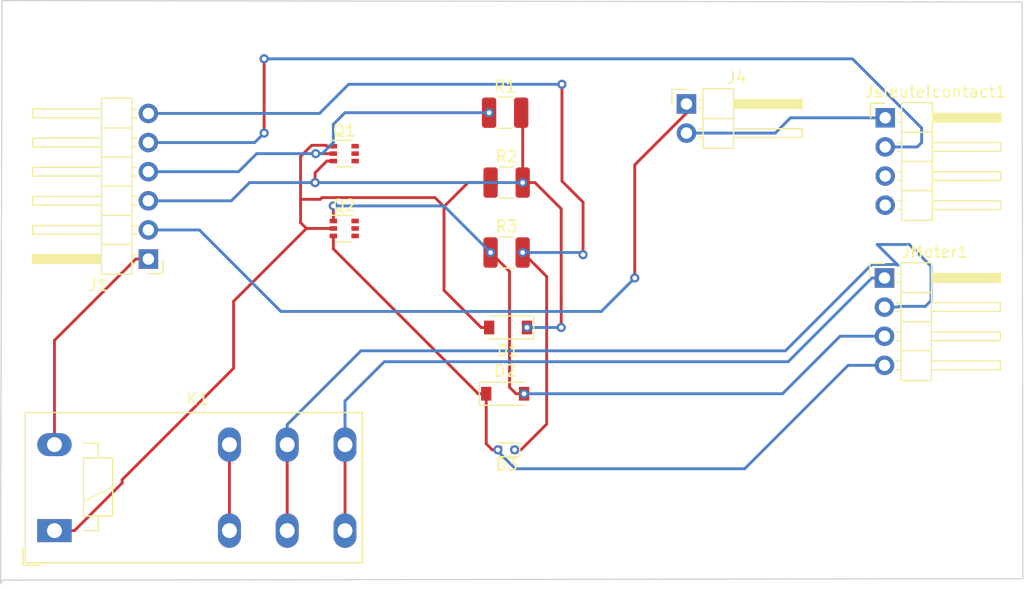
<source format=kicad_pcb>
(kicad_pcb (version 20171130) (host pcbnew "(5.1.5)-3")

  (general
    (thickness 1.6)
    (drawings 5)
    (tracks 163)
    (zones 0)
    (modules 13)
    (nets 16)
  )

  (page A4)
  (layers
    (0 F.Cu signal)
    (31 B.Cu signal)
    (32 B.Adhes user)
    (33 F.Adhes user)
    (34 B.Paste user)
    (35 F.Paste user)
    (36 B.SilkS user)
    (37 F.SilkS user)
    (38 B.Mask user)
    (39 F.Mask user)
    (40 Dwgs.User user)
    (41 Cmts.User user)
    (42 Eco1.User user)
    (43 Eco2.User user)
    (44 Edge.Cuts user)
    (45 Margin user)
    (46 B.CrtYd user)
    (47 F.CrtYd user)
    (48 B.Fab user)
    (49 F.Fab user)
  )

  (setup
    (last_trace_width 0.25)
    (trace_clearance 0.2)
    (zone_clearance 0.508)
    (zone_45_only no)
    (trace_min 0.2)
    (via_size 0.8)
    (via_drill 0.4)
    (via_min_size 0.4)
    (via_min_drill 0.3)
    (uvia_size 0.3)
    (uvia_drill 0.1)
    (uvias_allowed no)
    (uvia_min_size 0.2)
    (uvia_min_drill 0.1)
    (edge_width 0.05)
    (segment_width 0.2)
    (pcb_text_width 0.3)
    (pcb_text_size 1.5 1.5)
    (mod_edge_width 0.12)
    (mod_text_size 1 1)
    (mod_text_width 0.15)
    (pad_size 2 3)
    (pad_drill 1.3)
    (pad_to_mask_clearance 0.051)
    (solder_mask_min_width 0.25)
    (aux_axis_origin 0 0)
    (visible_elements 7FFFFFFF)
    (pcbplotparams
      (layerselection 0x010fc_ffffffff)
      (usegerberextensions false)
      (usegerberattributes false)
      (usegerberadvancedattributes false)
      (creategerberjobfile false)
      (excludeedgelayer true)
      (linewidth 0.100000)
      (plotframeref false)
      (viasonmask false)
      (mode 1)
      (useauxorigin false)
      (hpglpennumber 1)
      (hpglpenspeed 20)
      (hpglpendiameter 15.000000)
      (psnegative false)
      (psa4output false)
      (plotreference true)
      (plotvalue true)
      (plotinvisibletext false)
      (padsonsilk false)
      (subtractmaskfromsilk false)
      (outputformat 1)
      (mirror false)
      (drillshape 1)
      (scaleselection 1)
      (outputdirectory ""))
  )

  (net 0 "")
  (net 1 "Net-(D1-Pad2)")
  (net 2 12V)
  (net 3 Earth)
  (net 4 kill+)
  (net 5 kill-)
  (net 6 Motor-On)
  (net 7 Sleutelcontact-)
  (net 8 moter_ON_OFF)
  (net 9 3.3v)
  (net 10 "Net-(J4-Pad2)")
  (net 11 motor-)
  (net 12 motor+)
  (net 13 "Net-(Jsleutelcontact1-Pad4)")
  (net 14 "Net-(Jsleutelcontact1-Pad3)")
  (net 15 "Net-(K1-Pad1)")

  (net_class Default "Dit is de standaard class."
    (clearance 0.2)
    (trace_width 0.25)
    (via_dia 0.8)
    (via_drill 0.4)
    (uvia_dia 0.3)
    (uvia_drill 0.1)
    (add_net 12V)
    (add_net 3.3v)
    (add_net Earth)
    (add_net Motor-On)
    (add_net "Net-(D1-Pad2)")
    (add_net "Net-(J4-Pad2)")
    (add_net "Net-(Jsleutelcontact1-Pad3)")
    (add_net "Net-(Jsleutelcontact1-Pad4)")
    (add_net "Net-(K1-Pad1)")
    (add_net Sleutelcontact-)
    (add_net kill+)
    (add_net kill-)
    (add_net moter_ON_OFF)
    (add_net motor+)
    (add_net motor-)
  )

  (module Resistor_SMD:R_1210_3225Metric (layer F.Cu) (tedit 5B301BBD) (tstamp 603A7069)
    (at 348.9325 -638.4925)
    (descr "Resistor SMD 1210 (3225 Metric), square (rectangular) end terminal, IPC_7351 nominal, (Body size source: http://www.tortai-tech.com/upload/download/2011102023233369053.pdf), generated with kicad-footprint-generator")
    (tags resistor)
    (path /603B1637)
    (attr smd)
    (fp_text reference R3 (at 0 -2.28) (layer F.SilkS)
      (effects (font (size 1 1) (thickness 0.15)))
    )
    (fp_text value 1M (at 0 2.28) (layer F.Fab)
      (effects (font (size 1 1) (thickness 0.15)))
    )
    (fp_text user %R (at 0 0) (layer F.Fab)
      (effects (font (size 0.8 0.8) (thickness 0.12)))
    )
    (fp_line (start 2.28 1.58) (end -2.28 1.58) (layer F.CrtYd) (width 0.05))
    (fp_line (start 2.28 -1.58) (end 2.28 1.58) (layer F.CrtYd) (width 0.05))
    (fp_line (start -2.28 -1.58) (end 2.28 -1.58) (layer F.CrtYd) (width 0.05))
    (fp_line (start -2.28 1.58) (end -2.28 -1.58) (layer F.CrtYd) (width 0.05))
    (fp_line (start -0.602064 1.36) (end 0.602064 1.36) (layer F.SilkS) (width 0.12))
    (fp_line (start -0.602064 -1.36) (end 0.602064 -1.36) (layer F.SilkS) (width 0.12))
    (fp_line (start 1.6 1.25) (end -1.6 1.25) (layer F.Fab) (width 0.1))
    (fp_line (start 1.6 -1.25) (end 1.6 1.25) (layer F.Fab) (width 0.1))
    (fp_line (start -1.6 -1.25) (end 1.6 -1.25) (layer F.Fab) (width 0.1))
    (fp_line (start -1.6 1.25) (end -1.6 -1.25) (layer F.Fab) (width 0.1))
    (pad 2 smd roundrect (at 1.4 0) (size 1.25 2.65) (layers F.Cu F.Paste F.Mask) (roundrect_rratio 0.2)
      (net 6 Motor-On))
    (pad 1 smd roundrect (at -1.4 0) (size 1.25 2.65) (layers F.Cu F.Paste F.Mask) (roundrect_rratio 0.2)
      (net 4 kill+))
    (model ${KISYS3DMOD}/Resistor_SMD.3dshapes/R_1210_3225Metric.wrl
      (at (xyz 0 0 0))
      (scale (xyz 1 1 1))
      (rotate (xyz 0 0 0))
    )
  )

  (module Resistor_SMD:R_1210_3225Metric (layer F.Cu) (tedit 5B301BBD) (tstamp 603A7099)
    (at 348.9355 -644.5885)
    (descr "Resistor SMD 1210 (3225 Metric), square (rectangular) end terminal, IPC_7351 nominal, (Body size source: http://www.tortai-tech.com/upload/download/2011102023233369053.pdf), generated with kicad-footprint-generator")
    (tags resistor)
    (path /6039E03F)
    (attr smd)
    (fp_text reference R2 (at 0 -2.28) (layer F.SilkS)
      (effects (font (size 1 1) (thickness 0.15)))
    )
    (fp_text value 1M (at 0 2.28) (layer F.Fab)
      (effects (font (size 1 1) (thickness 0.15)))
    )
    (fp_text user %R (at 0 0) (layer F.Fab)
      (effects (font (size 0.8 0.8) (thickness 0.12)))
    )
    (fp_line (start 2.28 1.58) (end -2.28 1.58) (layer F.CrtYd) (width 0.05))
    (fp_line (start 2.28 -1.58) (end 2.28 1.58) (layer F.CrtYd) (width 0.05))
    (fp_line (start -2.28 -1.58) (end 2.28 -1.58) (layer F.CrtYd) (width 0.05))
    (fp_line (start -2.28 1.58) (end -2.28 -1.58) (layer F.CrtYd) (width 0.05))
    (fp_line (start -0.602064 1.36) (end 0.602064 1.36) (layer F.SilkS) (width 0.12))
    (fp_line (start -0.602064 -1.36) (end 0.602064 -1.36) (layer F.SilkS) (width 0.12))
    (fp_line (start 1.6 1.25) (end -1.6 1.25) (layer F.Fab) (width 0.1))
    (fp_line (start 1.6 -1.25) (end 1.6 1.25) (layer F.Fab) (width 0.1))
    (fp_line (start -1.6 -1.25) (end 1.6 -1.25) (layer F.Fab) (width 0.1))
    (fp_line (start -1.6 1.25) (end -1.6 -1.25) (layer F.Fab) (width 0.1))
    (pad 2 smd roundrect (at 1.4 0) (size 1.25 2.65) (layers F.Cu F.Paste F.Mask) (roundrect_rratio 0.2)
      (net 3 Earth))
    (pad 1 smd roundrect (at -1.4 0) (size 1.25 2.65) (layers F.Cu F.Paste F.Mask) (roundrect_rratio 0.2)
      (net 1 "Net-(D1-Pad2)"))
    (model ${KISYS3DMOD}/Resistor_SMD.3dshapes/R_1210_3225Metric.wrl
      (at (xyz 0 0 0))
      (scale (xyz 1 1 1))
      (rotate (xyz 0 0 0))
    )
  )

  (module Resistor_SMD:R_1210_3225Metric (layer F.Cu) (tedit 5B301BBD) (tstamp 603A6EBF)
    (at 348.8055 -650.6845)
    (descr "Resistor SMD 1210 (3225 Metric), square (rectangular) end terminal, IPC_7351 nominal, (Body size source: http://www.tortai-tech.com/upload/download/2011102023233369053.pdf), generated with kicad-footprint-generator")
    (tags resistor)
    (path /6039E039)
    (attr smd)
    (fp_text reference R1 (at 0 -2.28) (layer F.SilkS)
      (effects (font (size 1 1) (thickness 0.15)))
    )
    (fp_text value 1M (at 0 2.28) (layer F.Fab)
      (effects (font (size 1 1) (thickness 0.15)))
    )
    (fp_text user %R (at 0 0) (layer F.Fab)
      (effects (font (size 0.8 0.8) (thickness 0.12)))
    )
    (fp_line (start 2.28 1.58) (end -2.28 1.58) (layer F.CrtYd) (width 0.05))
    (fp_line (start 2.28 -1.58) (end 2.28 1.58) (layer F.CrtYd) (width 0.05))
    (fp_line (start -2.28 -1.58) (end 2.28 -1.58) (layer F.CrtYd) (width 0.05))
    (fp_line (start -2.28 1.58) (end -2.28 -1.58) (layer F.CrtYd) (width 0.05))
    (fp_line (start -0.602064 1.36) (end 0.602064 1.36) (layer F.SilkS) (width 0.12))
    (fp_line (start -0.602064 -1.36) (end 0.602064 -1.36) (layer F.SilkS) (width 0.12))
    (fp_line (start 1.6 1.25) (end -1.6 1.25) (layer F.Fab) (width 0.1))
    (fp_line (start 1.6 -1.25) (end 1.6 1.25) (layer F.Fab) (width 0.1))
    (fp_line (start -1.6 -1.25) (end 1.6 -1.25) (layer F.Fab) (width 0.1))
    (fp_line (start -1.6 1.25) (end -1.6 -1.25) (layer F.Fab) (width 0.1))
    (pad 2 smd roundrect (at 1.4 0) (size 1.25 2.65) (layers F.Cu F.Paste F.Mask) (roundrect_rratio 0.2)
      (net 3 Earth))
    (pad 1 smd roundrect (at -1.4 0) (size 1.25 2.65) (layers F.Cu F.Paste F.Mask) (roundrect_rratio 0.2)
      (net 8 moter_ON_OFF))
    (model ${KISYS3DMOD}/Resistor_SMD.3dshapes/R_1210_3225Metric.wrl
      (at (xyz 0 0 0))
      (scale (xyz 1 1 1))
      (rotate (xyz 0 0 0))
    )
  )

  (module Package_TO_SOT_SMD:SOT-363_SC-70-6 (layer F.Cu) (tedit 5A02FF57) (tstamp 603A70CE)
    (at 334.772 -640.588)
    (descr "SOT-363, SC-70-6")
    (tags "SOT-363 SC-70-6")
    (path /6039E029)
    (attr smd)
    (fp_text reference Q2 (at 0 -2) (layer F.SilkS)
      (effects (font (size 1 1) (thickness 0.15)))
    )
    (fp_text value Q_NMOS_DGS (at 0 2 180) (layer F.Fab)
      (effects (font (size 1 1) (thickness 0.15)))
    )
    (fp_line (start -0.175 -1.1) (end -0.675 -0.6) (layer F.Fab) (width 0.1))
    (fp_line (start 0.675 1.1) (end -0.675 1.1) (layer F.Fab) (width 0.1))
    (fp_line (start 0.675 -1.1) (end 0.675 1.1) (layer F.Fab) (width 0.1))
    (fp_line (start -1.6 1.4) (end 1.6 1.4) (layer F.CrtYd) (width 0.05))
    (fp_line (start -0.675 -0.6) (end -0.675 1.1) (layer F.Fab) (width 0.1))
    (fp_line (start 0.675 -1.1) (end -0.175 -1.1) (layer F.Fab) (width 0.1))
    (fp_line (start -1.6 -1.4) (end 1.6 -1.4) (layer F.CrtYd) (width 0.05))
    (fp_line (start -1.6 -1.4) (end -1.6 1.4) (layer F.CrtYd) (width 0.05))
    (fp_line (start 1.6 1.4) (end 1.6 -1.4) (layer F.CrtYd) (width 0.05))
    (fp_line (start -0.7 1.16) (end 0.7 1.16) (layer F.SilkS) (width 0.12))
    (fp_line (start 0.7 -1.16) (end -1.2 -1.16) (layer F.SilkS) (width 0.12))
    (fp_text user %R (at 0 0 90) (layer F.Fab)
      (effects (font (size 0.5 0.5) (thickness 0.075)))
    )
    (pad 6 smd rect (at 0.95 -0.65) (size 0.65 0.4) (layers F.Cu F.Paste F.Mask))
    (pad 4 smd rect (at 0.95 0.65) (size 0.65 0.4) (layers F.Cu F.Paste F.Mask))
    (pad 2 smd rect (at -0.95 0) (size 0.65 0.4) (layers F.Cu F.Paste F.Mask)
      (net 1 "Net-(D1-Pad2)"))
    (pad 5 smd rect (at 0.95 0) (size 0.65 0.4) (layers F.Cu F.Paste F.Mask))
    (pad 3 smd rect (at -0.95 0.65) (size 0.65 0.4) (layers F.Cu F.Paste F.Mask)
      (net 5 kill-))
    (pad 1 smd rect (at -0.95 -0.65) (size 0.65 0.4) (layers F.Cu F.Paste F.Mask)
      (net 4 kill+))
    (model ${KISYS3DMOD}/Package_TO_SOT_SMD.3dshapes/SOT-363_SC-70-6.wrl
      (at (xyz 0 0 0))
      (scale (xyz 1 1 1))
      (rotate (xyz 0 0 0))
    )
  )

  (module Package_TO_SOT_SMD:SOT-363_SC-70-6 (layer F.Cu) (tedit 5A02FF57) (tstamp 603A71EB)
    (at 334.773001 -647.115999)
    (descr "SOT-363, SC-70-6")
    (tags "SOT-363 SC-70-6")
    (path /6039E023)
    (attr smd)
    (fp_text reference Q1 (at 0 -2) (layer F.SilkS)
      (effects (font (size 1 1) (thickness 0.15)))
    )
    (fp_text value Q_NMOS_DGS (at 0 2 180) (layer F.Fab)
      (effects (font (size 1 1) (thickness 0.15)))
    )
    (fp_line (start -0.175 -1.1) (end -0.675 -0.6) (layer F.Fab) (width 0.1))
    (fp_line (start 0.675 1.1) (end -0.675 1.1) (layer F.Fab) (width 0.1))
    (fp_line (start 0.675 -1.1) (end 0.675 1.1) (layer F.Fab) (width 0.1))
    (fp_line (start -1.6 1.4) (end 1.6 1.4) (layer F.CrtYd) (width 0.05))
    (fp_line (start -0.675 -0.6) (end -0.675 1.1) (layer F.Fab) (width 0.1))
    (fp_line (start 0.675 -1.1) (end -0.175 -1.1) (layer F.Fab) (width 0.1))
    (fp_line (start -1.6 -1.4) (end 1.6 -1.4) (layer F.CrtYd) (width 0.05))
    (fp_line (start -1.6 -1.4) (end -1.6 1.4) (layer F.CrtYd) (width 0.05))
    (fp_line (start 1.6 1.4) (end 1.6 -1.4) (layer F.CrtYd) (width 0.05))
    (fp_line (start -0.7 1.16) (end 0.7 1.16) (layer F.SilkS) (width 0.12))
    (fp_line (start 0.7 -1.16) (end -1.2 -1.16) (layer F.SilkS) (width 0.12))
    (fp_text user %R (at 0 0 90) (layer F.Fab)
      (effects (font (size 0.5 0.5) (thickness 0.075)))
    )
    (pad 6 smd rect (at 0.95 -0.65) (size 0.65 0.4) (layers F.Cu F.Paste F.Mask))
    (pad 4 smd rect (at 0.95 0.65) (size 0.65 0.4) (layers F.Cu F.Paste F.Mask))
    (pad 2 smd rect (at -0.95 0) (size 0.65 0.4) (layers F.Cu F.Paste F.Mask)
      (net 8 moter_ON_OFF))
    (pad 5 smd rect (at 0.95 0) (size 0.65 0.4) (layers F.Cu F.Paste F.Mask))
    (pad 3 smd rect (at -0.95 0.65) (size 0.65 0.4) (layers F.Cu F.Paste F.Mask)
      (net 3 Earth))
    (pad 1 smd rect (at -0.95 -0.65) (size 0.65 0.4) (layers F.Cu F.Paste F.Mask)
      (net 1 "Net-(D1-Pad2)"))
    (model ${KISYS3DMOD}/Package_TO_SOT_SMD.3dshapes/SOT-363_SC-70-6.wrl
      (at (xyz 0 0 0))
      (scale (xyz 1 1 1))
      (rotate (xyz 0 0 0))
    )
  )

  (module Relay_THT:Relay_SPDT_Schrack-RT1-16A-FormC_RM5mm (layer F.Cu) (tedit 603A5425) (tstamp 603A6E63)
    (at 309.499 -614.2355)
    (descr "Relay SPST Schrack-RT1 RM5mm 16A 250V AC Form C http://image.schrack.com/datenblaetter/h_rt114012--_de.pdf")
    (tags "Relay SPST Schrack-RT1 RM5mm 16A 250V AC Relay")
    (path /6039E01C)
    (fp_text reference K1 (at 12.5 -11.5) (layer F.SilkS)
      (effects (font (size 1 1) (thickness 0.15)))
    )
    (fp_text value DIPxx-1Cxx-51x (at 12.192 4.25) (layer F.Fab)
      (effects (font (size 1 1) (thickness 0.15)))
    )
    (fp_line (start 2.54 -2.54) (end 5.08 -3.81) (layer F.SilkS) (width 0.1))
    (fp_line (start -1.35 2.6) (end 26.65 2.6) (layer F.Fab) (width 0.1))
    (fp_line (start -2.55 2.8) (end 26.85 2.8) (layer F.SilkS) (width 0.12))
    (fp_line (start 26.85 2.8) (end 26.85 -10.3) (layer F.SilkS) (width 0.12))
    (fp_line (start 26.85 -10.3) (end -2.55 -10.3) (layer F.SilkS) (width 0.12))
    (fp_line (start -2.55 -10.3) (end -2.55 2.8) (layer F.SilkS) (width 0.12))
    (fp_line (start 0 -1.27) (end 0 -6.35) (layer F.Fab) (width 0.12))
    (fp_line (start 2.54 -1.27) (end 3.81 -1.27) (layer F.SilkS) (width 0.12))
    (fp_line (start 2.54 -6.35) (end 2.54 -1.27) (layer F.SilkS) (width 0.12))
    (fp_line (start 5.08 -6.35) (end 2.54 -6.35) (layer F.SilkS) (width 0.12))
    (fp_line (start 5.08 -1.27) (end 5.08 -6.35) (layer F.SilkS) (width 0.12))
    (fp_line (start 3.81 -1.27) (end 5.08 -1.27) (layer F.SilkS) (width 0.12))
    (fp_line (start 3.81 0) (end 3.81 -1.27) (layer F.SilkS) (width 0.12))
    (fp_line (start 2.54 0) (end 3.81 0) (layer F.SilkS) (width 0.12))
    (fp_line (start 3.81 -7.62) (end 2.54 -7.62) (layer F.SilkS) (width 0.12))
    (fp_line (start 3.81 -6.35) (end 3.81 -7.62) (layer F.SilkS) (width 0.12))
    (fp_line (start 27.1 -10.55) (end -2.8 -10.55) (layer F.CrtYd) (width 0.05))
    (fp_line (start -2.8 -10.55) (end -2.8 3.05) (layer F.CrtYd) (width 0.05))
    (fp_line (start -2.8 3.05) (end 27.1 3.05) (layer F.CrtYd) (width 0.05))
    (fp_line (start 27.1 3.05) (end 27.1 -10.55) (layer F.CrtYd) (width 0.05))
    (fp_text user %R (at 12.065 -3.81 180) (layer F.Fab)
      (effects (font (size 1 1) (thickness 0.15)))
    )
    (fp_line (start -2.35 -10.1) (end -2.35 1.6) (layer F.Fab) (width 0.1))
    (fp_line (start 26.65 -10.1) (end -2.35 -10.1) (layer F.Fab) (width 0.1))
    (fp_line (start 26.65 2.6) (end 26.65 -10.1) (layer F.Fab) (width 0.1))
    (fp_line (start -2.35 1.6) (end -1.35 2.6) (layer F.Fab) (width 0.1))
    (fp_line (start -2.75 1.5) (end -2.75 3) (layer F.SilkS) (width 0.12))
    (fp_line (start -2.75 3) (end -1.25 3) (layer F.SilkS) (width 0.12))
    (pad 14 thru_hole oval (at 25.34 0 180) (size 2 3) (drill 1.3) (layers *.Cu *.Mask)
      (net 12 motor+))
    (pad 7 thru_hole oval (at 20.3 -7.5 180) (size 2 3) (drill 1.3) (layers *.Cu *.Mask)
      (net 11 motor-))
    (pad 1 thru_hole oval (at 15.26 0 180) (size 2 3) (drill 1.3) (layers *.Cu *.Mask Eco1.User)
      (net 15 "Net-(K1-Pad1)"))
    (pad 1 thru_hole oval (at 15.26 -7.5 180) (size 2 3) (drill 1.3) (layers *.Cu *.Mask)
      (net 15 "Net-(K1-Pad1)"))
    (pad 14 thru_hole oval (at 25.34 -7.5 180) (size 2 3) (drill 1.3) (layers *.Cu *.Mask)
      (net 12 motor+))
    (pad 7 thru_hole oval (at 20.3 0 180) (size 2 3) (drill 1.3) (layers *.Cu *.Mask)
      (net 11 motor-))
    (pad 6 thru_hole oval (at 0 -7.5 180) (size 3 2) (drill 1.3) (layers *.Cu *.Mask)
      (net 2 12V))
    (pad 2 thru_hole rect (at 0 0 180) (size 3 2) (drill 1.3) (layers *.Cu *.Mask Eco2.User)
      (net 1 "Net-(D1-Pad2)"))
    (model ${KISYS3DMOD}/Relay_THT.3dshapes/Relay_DPDT_Schrack-RT2-FormC_RM5mm.wrl
      (at (xyz 0 0 0))
      (scale (xyz 1 1 1))
      (rotate (xyz 0 0 0))
    )
  )

  (module Connector_PinHeader_2.54mm:PinHeader_1x04_P2.54mm_Horizontal (layer F.Cu) (tedit 59FED5CB) (tstamp 603A7261)
    (at 381.9525 -650.24)
    (descr "Through hole angled pin header, 1x04, 2.54mm pitch, 6mm pin length, single row")
    (tags "Through hole angled pin header THT 1x04 2.54mm single row")
    (path /603DA91D)
    (fp_text reference Jsleutelcontact1 (at 4.385 -2.27) (layer F.SilkS)
      (effects (font (size 1 1) (thickness 0.15)))
    )
    (fp_text value Conn_01x04_Female (at 4.385 9.89) (layer F.Fab)
      (effects (font (size 1 1) (thickness 0.15)))
    )
    (fp_text user %R (at 2.77 3.81 90) (layer F.Fab)
      (effects (font (size 1 1) (thickness 0.15)))
    )
    (fp_line (start 10.55 -1.8) (end -1.8 -1.8) (layer F.CrtYd) (width 0.05))
    (fp_line (start 10.55 9.4) (end 10.55 -1.8) (layer F.CrtYd) (width 0.05))
    (fp_line (start -1.8 9.4) (end 10.55 9.4) (layer F.CrtYd) (width 0.05))
    (fp_line (start -1.8 -1.8) (end -1.8 9.4) (layer F.CrtYd) (width 0.05))
    (fp_line (start -1.27 -1.27) (end 0 -1.27) (layer F.SilkS) (width 0.12))
    (fp_line (start -1.27 0) (end -1.27 -1.27) (layer F.SilkS) (width 0.12))
    (fp_line (start 1.042929 8) (end 1.44 8) (layer F.SilkS) (width 0.12))
    (fp_line (start 1.042929 7.24) (end 1.44 7.24) (layer F.SilkS) (width 0.12))
    (fp_line (start 10.1 8) (end 4.1 8) (layer F.SilkS) (width 0.12))
    (fp_line (start 10.1 7.24) (end 10.1 8) (layer F.SilkS) (width 0.12))
    (fp_line (start 4.1 7.24) (end 10.1 7.24) (layer F.SilkS) (width 0.12))
    (fp_line (start 1.44 6.35) (end 4.1 6.35) (layer F.SilkS) (width 0.12))
    (fp_line (start 1.042929 5.46) (end 1.44 5.46) (layer F.SilkS) (width 0.12))
    (fp_line (start 1.042929 4.7) (end 1.44 4.7) (layer F.SilkS) (width 0.12))
    (fp_line (start 10.1 5.46) (end 4.1 5.46) (layer F.SilkS) (width 0.12))
    (fp_line (start 10.1 4.7) (end 10.1 5.46) (layer F.SilkS) (width 0.12))
    (fp_line (start 4.1 4.7) (end 10.1 4.7) (layer F.SilkS) (width 0.12))
    (fp_line (start 1.44 3.81) (end 4.1 3.81) (layer F.SilkS) (width 0.12))
    (fp_line (start 1.042929 2.92) (end 1.44 2.92) (layer F.SilkS) (width 0.12))
    (fp_line (start 1.042929 2.16) (end 1.44 2.16) (layer F.SilkS) (width 0.12))
    (fp_line (start 10.1 2.92) (end 4.1 2.92) (layer F.SilkS) (width 0.12))
    (fp_line (start 10.1 2.16) (end 10.1 2.92) (layer F.SilkS) (width 0.12))
    (fp_line (start 4.1 2.16) (end 10.1 2.16) (layer F.SilkS) (width 0.12))
    (fp_line (start 1.44 1.27) (end 4.1 1.27) (layer F.SilkS) (width 0.12))
    (fp_line (start 1.11 0.38) (end 1.44 0.38) (layer F.SilkS) (width 0.12))
    (fp_line (start 1.11 -0.38) (end 1.44 -0.38) (layer F.SilkS) (width 0.12))
    (fp_line (start 4.1 0.28) (end 10.1 0.28) (layer F.SilkS) (width 0.12))
    (fp_line (start 4.1 0.16) (end 10.1 0.16) (layer F.SilkS) (width 0.12))
    (fp_line (start 4.1 0.04) (end 10.1 0.04) (layer F.SilkS) (width 0.12))
    (fp_line (start 4.1 -0.08) (end 10.1 -0.08) (layer F.SilkS) (width 0.12))
    (fp_line (start 4.1 -0.2) (end 10.1 -0.2) (layer F.SilkS) (width 0.12))
    (fp_line (start 4.1 -0.32) (end 10.1 -0.32) (layer F.SilkS) (width 0.12))
    (fp_line (start 10.1 0.38) (end 4.1 0.38) (layer F.SilkS) (width 0.12))
    (fp_line (start 10.1 -0.38) (end 10.1 0.38) (layer F.SilkS) (width 0.12))
    (fp_line (start 4.1 -0.38) (end 10.1 -0.38) (layer F.SilkS) (width 0.12))
    (fp_line (start 4.1 -1.33) (end 1.44 -1.33) (layer F.SilkS) (width 0.12))
    (fp_line (start 4.1 8.95) (end 4.1 -1.33) (layer F.SilkS) (width 0.12))
    (fp_line (start 1.44 8.95) (end 4.1 8.95) (layer F.SilkS) (width 0.12))
    (fp_line (start 1.44 -1.33) (end 1.44 8.95) (layer F.SilkS) (width 0.12))
    (fp_line (start 4.04 7.94) (end 10.04 7.94) (layer F.Fab) (width 0.1))
    (fp_line (start 10.04 7.3) (end 10.04 7.94) (layer F.Fab) (width 0.1))
    (fp_line (start 4.04 7.3) (end 10.04 7.3) (layer F.Fab) (width 0.1))
    (fp_line (start -0.32 7.94) (end 1.5 7.94) (layer F.Fab) (width 0.1))
    (fp_line (start -0.32 7.3) (end -0.32 7.94) (layer F.Fab) (width 0.1))
    (fp_line (start -0.32 7.3) (end 1.5 7.3) (layer F.Fab) (width 0.1))
    (fp_line (start 4.04 5.4) (end 10.04 5.4) (layer F.Fab) (width 0.1))
    (fp_line (start 10.04 4.76) (end 10.04 5.4) (layer F.Fab) (width 0.1))
    (fp_line (start 4.04 4.76) (end 10.04 4.76) (layer F.Fab) (width 0.1))
    (fp_line (start -0.32 5.4) (end 1.5 5.4) (layer F.Fab) (width 0.1))
    (fp_line (start -0.32 4.76) (end -0.32 5.4) (layer F.Fab) (width 0.1))
    (fp_line (start -0.32 4.76) (end 1.5 4.76) (layer F.Fab) (width 0.1))
    (fp_line (start 4.04 2.86) (end 10.04 2.86) (layer F.Fab) (width 0.1))
    (fp_line (start 10.04 2.22) (end 10.04 2.86) (layer F.Fab) (width 0.1))
    (fp_line (start 4.04 2.22) (end 10.04 2.22) (layer F.Fab) (width 0.1))
    (fp_line (start -0.32 2.86) (end 1.5 2.86) (layer F.Fab) (width 0.1))
    (fp_line (start -0.32 2.22) (end -0.32 2.86) (layer F.Fab) (width 0.1))
    (fp_line (start -0.32 2.22) (end 1.5 2.22) (layer F.Fab) (width 0.1))
    (fp_line (start 4.04 0.32) (end 10.04 0.32) (layer F.Fab) (width 0.1))
    (fp_line (start 10.04 -0.32) (end 10.04 0.32) (layer F.Fab) (width 0.1))
    (fp_line (start 4.04 -0.32) (end 10.04 -0.32) (layer F.Fab) (width 0.1))
    (fp_line (start -0.32 0.32) (end 1.5 0.32) (layer F.Fab) (width 0.1))
    (fp_line (start -0.32 -0.32) (end -0.32 0.32) (layer F.Fab) (width 0.1))
    (fp_line (start -0.32 -0.32) (end 1.5 -0.32) (layer F.Fab) (width 0.1))
    (fp_line (start 1.5 -0.635) (end 2.135 -1.27) (layer F.Fab) (width 0.1))
    (fp_line (start 1.5 8.89) (end 1.5 -0.635) (layer F.Fab) (width 0.1))
    (fp_line (start 4.04 8.89) (end 1.5 8.89) (layer F.Fab) (width 0.1))
    (fp_line (start 4.04 -1.27) (end 4.04 8.89) (layer F.Fab) (width 0.1))
    (fp_line (start 2.135 -1.27) (end 4.04 -1.27) (layer F.Fab) (width 0.1))
    (pad 4 thru_hole oval (at 0 7.62) (size 1.7 1.7) (drill 1) (layers *.Cu *.Mask)
      (net 13 "Net-(Jsleutelcontact1-Pad4)"))
    (pad 3 thru_hole oval (at 0 5.08) (size 1.7 1.7) (drill 1) (layers *.Cu *.Mask)
      (net 14 "Net-(Jsleutelcontact1-Pad3)"))
    (pad 2 thru_hole oval (at 0 2.54) (size 1.7 1.7) (drill 1) (layers *.Cu *.Mask)
      (net 7 Sleutelcontact-))
    (pad 1 thru_hole rect (at 0 0) (size 1.7 1.7) (drill 1) (layers *.Cu *.Mask)
      (net 10 "Net-(J4-Pad2)"))
    (model ${KISYS3DMOD}/Connector_PinHeader_2.54mm.3dshapes/PinHeader_1x04_P2.54mm_Horizontal.wrl
      (at (xyz 0 0 0))
      (scale (xyz 1 1 1))
      (rotate (xyz 0 0 0))
    )
  )

  (module Connector_PinHeader_2.54mm:PinHeader_1x04_P2.54mm_Horizontal (layer F.Cu) (tedit 59FED5CB) (tstamp 603A7345)
    (at 381.889 -636.27)
    (descr "Through hole angled pin header, 1x04, 2.54mm pitch, 6mm pin length, single row")
    (tags "Through hole angled pin header THT 1x04 2.54mm single row")
    (path /603C1C82)
    (fp_text reference JMoter1 (at 4.385 -2.27) (layer F.SilkS)
      (effects (font (size 1 1) (thickness 0.15)))
    )
    (fp_text value Conn_01x04_Female (at 4.385 9.89) (layer F.Fab)
      (effects (font (size 1 1) (thickness 0.15)))
    )
    (fp_text user %R (at 2.77 3.81 90) (layer F.Fab)
      (effects (font (size 1 1) (thickness 0.15)))
    )
    (fp_line (start 10.55 -1.8) (end -1.8 -1.8) (layer F.CrtYd) (width 0.05))
    (fp_line (start 10.55 9.4) (end 10.55 -1.8) (layer F.CrtYd) (width 0.05))
    (fp_line (start -1.8 9.4) (end 10.55 9.4) (layer F.CrtYd) (width 0.05))
    (fp_line (start -1.8 -1.8) (end -1.8 9.4) (layer F.CrtYd) (width 0.05))
    (fp_line (start -1.27 -1.27) (end 0 -1.27) (layer F.SilkS) (width 0.12))
    (fp_line (start -1.27 0) (end -1.27 -1.27) (layer F.SilkS) (width 0.12))
    (fp_line (start 1.042929 8) (end 1.44 8) (layer F.SilkS) (width 0.12))
    (fp_line (start 1.042929 7.24) (end 1.44 7.24) (layer F.SilkS) (width 0.12))
    (fp_line (start 10.1 8) (end 4.1 8) (layer F.SilkS) (width 0.12))
    (fp_line (start 10.1 7.24) (end 10.1 8) (layer F.SilkS) (width 0.12))
    (fp_line (start 4.1 7.24) (end 10.1 7.24) (layer F.SilkS) (width 0.12))
    (fp_line (start 1.44 6.35) (end 4.1 6.35) (layer F.SilkS) (width 0.12))
    (fp_line (start 1.042929 5.46) (end 1.44 5.46) (layer F.SilkS) (width 0.12))
    (fp_line (start 1.042929 4.7) (end 1.44 4.7) (layer F.SilkS) (width 0.12))
    (fp_line (start 10.1 5.46) (end 4.1 5.46) (layer F.SilkS) (width 0.12))
    (fp_line (start 10.1 4.7) (end 10.1 5.46) (layer F.SilkS) (width 0.12))
    (fp_line (start 4.1 4.7) (end 10.1 4.7) (layer F.SilkS) (width 0.12))
    (fp_line (start 1.44 3.81) (end 4.1 3.81) (layer F.SilkS) (width 0.12))
    (fp_line (start 1.042929 2.92) (end 1.44 2.92) (layer F.SilkS) (width 0.12))
    (fp_line (start 1.042929 2.16) (end 1.44 2.16) (layer F.SilkS) (width 0.12))
    (fp_line (start 10.1 2.92) (end 4.1 2.92) (layer F.SilkS) (width 0.12))
    (fp_line (start 10.1 2.16) (end 10.1 2.92) (layer F.SilkS) (width 0.12))
    (fp_line (start 4.1 2.16) (end 10.1 2.16) (layer F.SilkS) (width 0.12))
    (fp_line (start 1.44 1.27) (end 4.1 1.27) (layer F.SilkS) (width 0.12))
    (fp_line (start 1.11 0.38) (end 1.44 0.38) (layer F.SilkS) (width 0.12))
    (fp_line (start 1.11 -0.38) (end 1.44 -0.38) (layer F.SilkS) (width 0.12))
    (fp_line (start 4.1 0.28) (end 10.1 0.28) (layer F.SilkS) (width 0.12))
    (fp_line (start 4.1 0.16) (end 10.1 0.16) (layer F.SilkS) (width 0.12))
    (fp_line (start 4.1 0.04) (end 10.1 0.04) (layer F.SilkS) (width 0.12))
    (fp_line (start 4.1 -0.08) (end 10.1 -0.08) (layer F.SilkS) (width 0.12))
    (fp_line (start 4.1 -0.2) (end 10.1 -0.2) (layer F.SilkS) (width 0.12))
    (fp_line (start 4.1 -0.32) (end 10.1 -0.32) (layer F.SilkS) (width 0.12))
    (fp_line (start 10.1 0.38) (end 4.1 0.38) (layer F.SilkS) (width 0.12))
    (fp_line (start 10.1 -0.38) (end 10.1 0.38) (layer F.SilkS) (width 0.12))
    (fp_line (start 4.1 -0.38) (end 10.1 -0.38) (layer F.SilkS) (width 0.12))
    (fp_line (start 4.1 -1.33) (end 1.44 -1.33) (layer F.SilkS) (width 0.12))
    (fp_line (start 4.1 8.95) (end 4.1 -1.33) (layer F.SilkS) (width 0.12))
    (fp_line (start 1.44 8.95) (end 4.1 8.95) (layer F.SilkS) (width 0.12))
    (fp_line (start 1.44 -1.33) (end 1.44 8.95) (layer F.SilkS) (width 0.12))
    (fp_line (start 4.04 7.94) (end 10.04 7.94) (layer F.Fab) (width 0.1))
    (fp_line (start 10.04 7.3) (end 10.04 7.94) (layer F.Fab) (width 0.1))
    (fp_line (start 4.04 7.3) (end 10.04 7.3) (layer F.Fab) (width 0.1))
    (fp_line (start -0.32 7.94) (end 1.5 7.94) (layer F.Fab) (width 0.1))
    (fp_line (start -0.32 7.3) (end -0.32 7.94) (layer F.Fab) (width 0.1))
    (fp_line (start -0.32 7.3) (end 1.5 7.3) (layer F.Fab) (width 0.1))
    (fp_line (start 4.04 5.4) (end 10.04 5.4) (layer F.Fab) (width 0.1))
    (fp_line (start 10.04 4.76) (end 10.04 5.4) (layer F.Fab) (width 0.1))
    (fp_line (start 4.04 4.76) (end 10.04 4.76) (layer F.Fab) (width 0.1))
    (fp_line (start -0.32 5.4) (end 1.5 5.4) (layer F.Fab) (width 0.1))
    (fp_line (start -0.32 4.76) (end -0.32 5.4) (layer F.Fab) (width 0.1))
    (fp_line (start -0.32 4.76) (end 1.5 4.76) (layer F.Fab) (width 0.1))
    (fp_line (start 4.04 2.86) (end 10.04 2.86) (layer F.Fab) (width 0.1))
    (fp_line (start 10.04 2.22) (end 10.04 2.86) (layer F.Fab) (width 0.1))
    (fp_line (start 4.04 2.22) (end 10.04 2.22) (layer F.Fab) (width 0.1))
    (fp_line (start -0.32 2.86) (end 1.5 2.86) (layer F.Fab) (width 0.1))
    (fp_line (start -0.32 2.22) (end -0.32 2.86) (layer F.Fab) (width 0.1))
    (fp_line (start -0.32 2.22) (end 1.5 2.22) (layer F.Fab) (width 0.1))
    (fp_line (start 4.04 0.32) (end 10.04 0.32) (layer F.Fab) (width 0.1))
    (fp_line (start 10.04 -0.32) (end 10.04 0.32) (layer F.Fab) (width 0.1))
    (fp_line (start 4.04 -0.32) (end 10.04 -0.32) (layer F.Fab) (width 0.1))
    (fp_line (start -0.32 0.32) (end 1.5 0.32) (layer F.Fab) (width 0.1))
    (fp_line (start -0.32 -0.32) (end -0.32 0.32) (layer F.Fab) (width 0.1))
    (fp_line (start -0.32 -0.32) (end 1.5 -0.32) (layer F.Fab) (width 0.1))
    (fp_line (start 1.5 -0.635) (end 2.135 -1.27) (layer F.Fab) (width 0.1))
    (fp_line (start 1.5 8.89) (end 1.5 -0.635) (layer F.Fab) (width 0.1))
    (fp_line (start 4.04 8.89) (end 1.5 8.89) (layer F.Fab) (width 0.1))
    (fp_line (start 4.04 -1.27) (end 4.04 8.89) (layer F.Fab) (width 0.1))
    (fp_line (start 2.135 -1.27) (end 4.04 -1.27) (layer F.Fab) (width 0.1))
    (pad 4 thru_hole oval (at 0 7.62) (size 1.7 1.7) (drill 1) (layers *.Cu *.Mask)
      (net 5 kill-))
    (pad 3 thru_hole oval (at 0 5.08) (size 1.7 1.7) (drill 1) (layers *.Cu *.Mask)
      (net 4 kill+))
    (pad 2 thru_hole oval (at 0 2.54) (size 1.7 1.7) (drill 1) (layers *.Cu *.Mask)
      (net 11 motor-))
    (pad 1 thru_hole rect (at 0 0) (size 1.7 1.7) (drill 1) (layers *.Cu *.Mask)
      (net 12 motor+))
    (model ${KISYS3DMOD}/Connector_PinHeader_2.54mm.3dshapes/PinHeader_1x04_P2.54mm_Horizontal.wrl
      (at (xyz 0 0 0))
      (scale (xyz 1 1 1))
      (rotate (xyz 0 0 0))
    )
  )

  (module Connector_PinHeader_2.54mm:PinHeader_1x02_P2.54mm_Horizontal (layer F.Cu) (tedit 59FED5CB) (tstamp 603A712A)
    (at 364.617 -651.4465)
    (descr "Through hole angled pin header, 1x02, 2.54mm pitch, 6mm pin length, single row")
    (tags "Through hole angled pin header THT 1x02 2.54mm single row")
    (path /603EF641)
    (fp_text reference J4 (at 4.385 -2.27) (layer F.SilkS)
      (effects (font (size 1 1) (thickness 0.15)))
    )
    (fp_text value Conn_01x02_Female (at 4.385 4.81) (layer F.Fab)
      (effects (font (size 1 1) (thickness 0.15)))
    )
    (fp_text user %R (at 2.77 1.27 90) (layer F.Fab)
      (effects (font (size 1 1) (thickness 0.15)))
    )
    (fp_line (start 10.55 -1.8) (end -1.8 -1.8) (layer F.CrtYd) (width 0.05))
    (fp_line (start 10.55 4.35) (end 10.55 -1.8) (layer F.CrtYd) (width 0.05))
    (fp_line (start -1.8 4.35) (end 10.55 4.35) (layer F.CrtYd) (width 0.05))
    (fp_line (start -1.8 -1.8) (end -1.8 4.35) (layer F.CrtYd) (width 0.05))
    (fp_line (start -1.27 -1.27) (end 0 -1.27) (layer F.SilkS) (width 0.12))
    (fp_line (start -1.27 0) (end -1.27 -1.27) (layer F.SilkS) (width 0.12))
    (fp_line (start 1.042929 2.92) (end 1.44 2.92) (layer F.SilkS) (width 0.12))
    (fp_line (start 1.042929 2.16) (end 1.44 2.16) (layer F.SilkS) (width 0.12))
    (fp_line (start 10.1 2.92) (end 4.1 2.92) (layer F.SilkS) (width 0.12))
    (fp_line (start 10.1 2.16) (end 10.1 2.92) (layer F.SilkS) (width 0.12))
    (fp_line (start 4.1 2.16) (end 10.1 2.16) (layer F.SilkS) (width 0.12))
    (fp_line (start 1.44 1.27) (end 4.1 1.27) (layer F.SilkS) (width 0.12))
    (fp_line (start 1.11 0.38) (end 1.44 0.38) (layer F.SilkS) (width 0.12))
    (fp_line (start 1.11 -0.38) (end 1.44 -0.38) (layer F.SilkS) (width 0.12))
    (fp_line (start 4.1 0.28) (end 10.1 0.28) (layer F.SilkS) (width 0.12))
    (fp_line (start 4.1 0.16) (end 10.1 0.16) (layer F.SilkS) (width 0.12))
    (fp_line (start 4.1 0.04) (end 10.1 0.04) (layer F.SilkS) (width 0.12))
    (fp_line (start 4.1 -0.08) (end 10.1 -0.08) (layer F.SilkS) (width 0.12))
    (fp_line (start 4.1 -0.2) (end 10.1 -0.2) (layer F.SilkS) (width 0.12))
    (fp_line (start 4.1 -0.32) (end 10.1 -0.32) (layer F.SilkS) (width 0.12))
    (fp_line (start 10.1 0.38) (end 4.1 0.38) (layer F.SilkS) (width 0.12))
    (fp_line (start 10.1 -0.38) (end 10.1 0.38) (layer F.SilkS) (width 0.12))
    (fp_line (start 4.1 -0.38) (end 10.1 -0.38) (layer F.SilkS) (width 0.12))
    (fp_line (start 4.1 -1.33) (end 1.44 -1.33) (layer F.SilkS) (width 0.12))
    (fp_line (start 4.1 3.87) (end 4.1 -1.33) (layer F.SilkS) (width 0.12))
    (fp_line (start 1.44 3.87) (end 4.1 3.87) (layer F.SilkS) (width 0.12))
    (fp_line (start 1.44 -1.33) (end 1.44 3.87) (layer F.SilkS) (width 0.12))
    (fp_line (start 4.04 2.86) (end 10.04 2.86) (layer F.Fab) (width 0.1))
    (fp_line (start 10.04 2.22) (end 10.04 2.86) (layer F.Fab) (width 0.1))
    (fp_line (start 4.04 2.22) (end 10.04 2.22) (layer F.Fab) (width 0.1))
    (fp_line (start -0.32 2.86) (end 1.5 2.86) (layer F.Fab) (width 0.1))
    (fp_line (start -0.32 2.22) (end -0.32 2.86) (layer F.Fab) (width 0.1))
    (fp_line (start -0.32 2.22) (end 1.5 2.22) (layer F.Fab) (width 0.1))
    (fp_line (start 4.04 0.32) (end 10.04 0.32) (layer F.Fab) (width 0.1))
    (fp_line (start 10.04 -0.32) (end 10.04 0.32) (layer F.Fab) (width 0.1))
    (fp_line (start 4.04 -0.32) (end 10.04 -0.32) (layer F.Fab) (width 0.1))
    (fp_line (start -0.32 0.32) (end 1.5 0.32) (layer F.Fab) (width 0.1))
    (fp_line (start -0.32 -0.32) (end -0.32 0.32) (layer F.Fab) (width 0.1))
    (fp_line (start -0.32 -0.32) (end 1.5 -0.32) (layer F.Fab) (width 0.1))
    (fp_line (start 1.5 -0.635) (end 2.135 -1.27) (layer F.Fab) (width 0.1))
    (fp_line (start 1.5 3.81) (end 1.5 -0.635) (layer F.Fab) (width 0.1))
    (fp_line (start 4.04 3.81) (end 1.5 3.81) (layer F.Fab) (width 0.1))
    (fp_line (start 4.04 -1.27) (end 4.04 3.81) (layer F.Fab) (width 0.1))
    (fp_line (start 2.135 -1.27) (end 4.04 -1.27) (layer F.Fab) (width 0.1))
    (pad 2 thru_hole oval (at 0 2.54) (size 1.7 1.7) (drill 1) (layers *.Cu *.Mask)
      (net 10 "Net-(J4-Pad2)"))
    (pad 1 thru_hole rect (at 0 0) (size 1.7 1.7) (drill 1) (layers *.Cu *.Mask)
      (net 9 3.3v))
    (model ${KISYS3DMOD}/Connector_PinHeader_2.54mm.3dshapes/PinHeader_1x02_P2.54mm_Horizontal.wrl
      (at (xyz 0 0 0))
      (scale (xyz 1 1 1))
      (rotate (xyz 0 0 0))
    )
  )

  (module Connector_PinHeader_2.54mm:PinHeader_1x06_P2.54mm_Horizontal (layer F.Cu) (tedit 59FED5CB) (tstamp 603A6F45)
    (at 317.6905 -637.921 180)
    (descr "Through hole angled pin header, 1x06, 2.54mm pitch, 6mm pin length, single row")
    (tags "Through hole angled pin header THT 1x06 2.54mm single row")
    (path /603DECF4)
    (fp_text reference J1 (at 4.385 -2.27) (layer F.SilkS)
      (effects (font (size 1 1) (thickness 0.15)))
    )
    (fp_text value Conn_01x06_Male (at 4.385 14.97) (layer F.Fab)
      (effects (font (size 1 1) (thickness 0.15)))
    )
    (fp_text user %R (at 2.77 6.35 90) (layer F.Fab)
      (effects (font (size 1 1) (thickness 0.15)))
    )
    (fp_line (start 10.55 -1.8) (end -1.8 -1.8) (layer F.CrtYd) (width 0.05))
    (fp_line (start 10.55 14.5) (end 10.55 -1.8) (layer F.CrtYd) (width 0.05))
    (fp_line (start -1.8 14.5) (end 10.55 14.5) (layer F.CrtYd) (width 0.05))
    (fp_line (start -1.8 -1.8) (end -1.8 14.5) (layer F.CrtYd) (width 0.05))
    (fp_line (start -1.27 -1.27) (end 0 -1.27) (layer F.SilkS) (width 0.12))
    (fp_line (start -1.27 0) (end -1.27 -1.27) (layer F.SilkS) (width 0.12))
    (fp_line (start 1.042929 13.08) (end 1.44 13.08) (layer F.SilkS) (width 0.12))
    (fp_line (start 1.042929 12.32) (end 1.44 12.32) (layer F.SilkS) (width 0.12))
    (fp_line (start 10.1 13.08) (end 4.1 13.08) (layer F.SilkS) (width 0.12))
    (fp_line (start 10.1 12.32) (end 10.1 13.08) (layer F.SilkS) (width 0.12))
    (fp_line (start 4.1 12.32) (end 10.1 12.32) (layer F.SilkS) (width 0.12))
    (fp_line (start 1.44 11.43) (end 4.1 11.43) (layer F.SilkS) (width 0.12))
    (fp_line (start 1.042929 10.54) (end 1.44 10.54) (layer F.SilkS) (width 0.12))
    (fp_line (start 1.042929 9.78) (end 1.44 9.78) (layer F.SilkS) (width 0.12))
    (fp_line (start 10.1 10.54) (end 4.1 10.54) (layer F.SilkS) (width 0.12))
    (fp_line (start 10.1 9.78) (end 10.1 10.54) (layer F.SilkS) (width 0.12))
    (fp_line (start 4.1 9.78) (end 10.1 9.78) (layer F.SilkS) (width 0.12))
    (fp_line (start 1.44 8.89) (end 4.1 8.89) (layer F.SilkS) (width 0.12))
    (fp_line (start 1.042929 8) (end 1.44 8) (layer F.SilkS) (width 0.12))
    (fp_line (start 1.042929 7.24) (end 1.44 7.24) (layer F.SilkS) (width 0.12))
    (fp_line (start 10.1 8) (end 4.1 8) (layer F.SilkS) (width 0.12))
    (fp_line (start 10.1 7.24) (end 10.1 8) (layer F.SilkS) (width 0.12))
    (fp_line (start 4.1 7.24) (end 10.1 7.24) (layer F.SilkS) (width 0.12))
    (fp_line (start 1.44 6.35) (end 4.1 6.35) (layer F.SilkS) (width 0.12))
    (fp_line (start 1.042929 5.46) (end 1.44 5.46) (layer F.SilkS) (width 0.12))
    (fp_line (start 1.042929 4.7) (end 1.44 4.7) (layer F.SilkS) (width 0.12))
    (fp_line (start 10.1 5.46) (end 4.1 5.46) (layer F.SilkS) (width 0.12))
    (fp_line (start 10.1 4.7) (end 10.1 5.46) (layer F.SilkS) (width 0.12))
    (fp_line (start 4.1 4.7) (end 10.1 4.7) (layer F.SilkS) (width 0.12))
    (fp_line (start 1.44 3.81) (end 4.1 3.81) (layer F.SilkS) (width 0.12))
    (fp_line (start 1.042929 2.92) (end 1.44 2.92) (layer F.SilkS) (width 0.12))
    (fp_line (start 1.042929 2.16) (end 1.44 2.16) (layer F.SilkS) (width 0.12))
    (fp_line (start 10.1 2.92) (end 4.1 2.92) (layer F.SilkS) (width 0.12))
    (fp_line (start 10.1 2.16) (end 10.1 2.92) (layer F.SilkS) (width 0.12))
    (fp_line (start 4.1 2.16) (end 10.1 2.16) (layer F.SilkS) (width 0.12))
    (fp_line (start 1.44 1.27) (end 4.1 1.27) (layer F.SilkS) (width 0.12))
    (fp_line (start 1.11 0.38) (end 1.44 0.38) (layer F.SilkS) (width 0.12))
    (fp_line (start 1.11 -0.38) (end 1.44 -0.38) (layer F.SilkS) (width 0.12))
    (fp_line (start 4.1 0.28) (end 10.1 0.28) (layer F.SilkS) (width 0.12))
    (fp_line (start 4.1 0.16) (end 10.1 0.16) (layer F.SilkS) (width 0.12))
    (fp_line (start 4.1 0.04) (end 10.1 0.04) (layer F.SilkS) (width 0.12))
    (fp_line (start 4.1 -0.08) (end 10.1 -0.08) (layer F.SilkS) (width 0.12))
    (fp_line (start 4.1 -0.2) (end 10.1 -0.2) (layer F.SilkS) (width 0.12))
    (fp_line (start 4.1 -0.32) (end 10.1 -0.32) (layer F.SilkS) (width 0.12))
    (fp_line (start 10.1 0.38) (end 4.1 0.38) (layer F.SilkS) (width 0.12))
    (fp_line (start 10.1 -0.38) (end 10.1 0.38) (layer F.SilkS) (width 0.12))
    (fp_line (start 4.1 -0.38) (end 10.1 -0.38) (layer F.SilkS) (width 0.12))
    (fp_line (start 4.1 -1.33) (end 1.44 -1.33) (layer F.SilkS) (width 0.12))
    (fp_line (start 4.1 14.03) (end 4.1 -1.33) (layer F.SilkS) (width 0.12))
    (fp_line (start 1.44 14.03) (end 4.1 14.03) (layer F.SilkS) (width 0.12))
    (fp_line (start 1.44 -1.33) (end 1.44 14.03) (layer F.SilkS) (width 0.12))
    (fp_line (start 4.04 13.02) (end 10.04 13.02) (layer F.Fab) (width 0.1))
    (fp_line (start 10.04 12.38) (end 10.04 13.02) (layer F.Fab) (width 0.1))
    (fp_line (start 4.04 12.38) (end 10.04 12.38) (layer F.Fab) (width 0.1))
    (fp_line (start -0.32 13.02) (end 1.5 13.02) (layer F.Fab) (width 0.1))
    (fp_line (start -0.32 12.38) (end -0.32 13.02) (layer F.Fab) (width 0.1))
    (fp_line (start -0.32 12.38) (end 1.5 12.38) (layer F.Fab) (width 0.1))
    (fp_line (start 4.04 10.48) (end 10.04 10.48) (layer F.Fab) (width 0.1))
    (fp_line (start 10.04 9.84) (end 10.04 10.48) (layer F.Fab) (width 0.1))
    (fp_line (start 4.04 9.84) (end 10.04 9.84) (layer F.Fab) (width 0.1))
    (fp_line (start -0.32 10.48) (end 1.5 10.48) (layer F.Fab) (width 0.1))
    (fp_line (start -0.32 9.84) (end -0.32 10.48) (layer F.Fab) (width 0.1))
    (fp_line (start -0.32 9.84) (end 1.5 9.84) (layer F.Fab) (width 0.1))
    (fp_line (start 4.04 7.94) (end 10.04 7.94) (layer F.Fab) (width 0.1))
    (fp_line (start 10.04 7.3) (end 10.04 7.94) (layer F.Fab) (width 0.1))
    (fp_line (start 4.04 7.3) (end 10.04 7.3) (layer F.Fab) (width 0.1))
    (fp_line (start -0.32 7.94) (end 1.5 7.94) (layer F.Fab) (width 0.1))
    (fp_line (start -0.32 7.3) (end -0.32 7.94) (layer F.Fab) (width 0.1))
    (fp_line (start -0.32 7.3) (end 1.5 7.3) (layer F.Fab) (width 0.1))
    (fp_line (start 4.04 5.4) (end 10.04 5.4) (layer F.Fab) (width 0.1))
    (fp_line (start 10.04 4.76) (end 10.04 5.4) (layer F.Fab) (width 0.1))
    (fp_line (start 4.04 4.76) (end 10.04 4.76) (layer F.Fab) (width 0.1))
    (fp_line (start -0.32 5.4) (end 1.5 5.4) (layer F.Fab) (width 0.1))
    (fp_line (start -0.32 4.76) (end -0.32 5.4) (layer F.Fab) (width 0.1))
    (fp_line (start -0.32 4.76) (end 1.5 4.76) (layer F.Fab) (width 0.1))
    (fp_line (start 4.04 2.86) (end 10.04 2.86) (layer F.Fab) (width 0.1))
    (fp_line (start 10.04 2.22) (end 10.04 2.86) (layer F.Fab) (width 0.1))
    (fp_line (start 4.04 2.22) (end 10.04 2.22) (layer F.Fab) (width 0.1))
    (fp_line (start -0.32 2.86) (end 1.5 2.86) (layer F.Fab) (width 0.1))
    (fp_line (start -0.32 2.22) (end -0.32 2.86) (layer F.Fab) (width 0.1))
    (fp_line (start -0.32 2.22) (end 1.5 2.22) (layer F.Fab) (width 0.1))
    (fp_line (start 4.04 0.32) (end 10.04 0.32) (layer F.Fab) (width 0.1))
    (fp_line (start 10.04 -0.32) (end 10.04 0.32) (layer F.Fab) (width 0.1))
    (fp_line (start 4.04 -0.32) (end 10.04 -0.32) (layer F.Fab) (width 0.1))
    (fp_line (start -0.32 0.32) (end 1.5 0.32) (layer F.Fab) (width 0.1))
    (fp_line (start -0.32 -0.32) (end -0.32 0.32) (layer F.Fab) (width 0.1))
    (fp_line (start -0.32 -0.32) (end 1.5 -0.32) (layer F.Fab) (width 0.1))
    (fp_line (start 1.5 -0.635) (end 2.135 -1.27) (layer F.Fab) (width 0.1))
    (fp_line (start 1.5 13.97) (end 1.5 -0.635) (layer F.Fab) (width 0.1))
    (fp_line (start 4.04 13.97) (end 1.5 13.97) (layer F.Fab) (width 0.1))
    (fp_line (start 4.04 -1.27) (end 4.04 13.97) (layer F.Fab) (width 0.1))
    (fp_line (start 2.135 -1.27) (end 4.04 -1.27) (layer F.Fab) (width 0.1))
    (pad 6 thru_hole oval (at 0 12.7 180) (size 1.7 1.7) (drill 1) (layers *.Cu *.Mask)
      (net 6 Motor-On))
    (pad 5 thru_hole oval (at 0 10.16 180) (size 1.7 1.7) (drill 1) (layers *.Cu *.Mask)
      (net 7 Sleutelcontact-))
    (pad 4 thru_hole oval (at 0 7.62 180) (size 1.7 1.7) (drill 1) (layers *.Cu *.Mask)
      (net 8 moter_ON_OFF))
    (pad 3 thru_hole oval (at 0 5.08 180) (size 1.7 1.7) (drill 1) (layers *.Cu *.Mask)
      (net 3 Earth))
    (pad 2 thru_hole oval (at 0 2.54 180) (size 1.7 1.7) (drill 1) (layers *.Cu *.Mask)
      (net 9 3.3v))
    (pad 1 thru_hole rect (at 0 0 180) (size 1.7 1.7) (drill 1) (layers *.Cu *.Mask)
      (net 2 12V))
    (model ${KISYS3DMOD}/Connector_PinHeader_2.54mm.3dshapes/PinHeader_1x06_P2.54mm_Horizontal.wrl
      (at (xyz 0 0 0))
      (scale (xyz 1 1 1))
      (rotate (xyz 0 0 0))
    )
  )

  (module Diode_SMD:D_SOD-523 (layer F.Cu) (tedit 586419F0) (tstamp 603A73F4)
    (at 348.9325 -621.284 180)
    (descr "http://www.diodes.com/datasheets/ap02001.pdf p.144")
    (tags "Diode SOD523")
    (path /603B213B)
    (attr smd)
    (fp_text reference D3 (at 0 -1.3) (layer F.SilkS)
      (effects (font (size 1 1) (thickness 0.15)))
    )
    (fp_text value D_Zener_3V (at 0 1.4) (layer F.Fab)
      (effects (font (size 1 1) (thickness 0.15)))
    )
    (fp_line (start 0.7 0.6) (end -1.15 0.6) (layer F.SilkS) (width 0.12))
    (fp_line (start 0.7 -0.6) (end -1.15 -0.6) (layer F.SilkS) (width 0.12))
    (fp_line (start 0.65 0.45) (end -0.65 0.45) (layer F.Fab) (width 0.1))
    (fp_line (start -0.65 0.45) (end -0.65 -0.45) (layer F.Fab) (width 0.1))
    (fp_line (start -0.65 -0.45) (end 0.65 -0.45) (layer F.Fab) (width 0.1))
    (fp_line (start 0.65 -0.45) (end 0.65 0.45) (layer F.Fab) (width 0.1))
    (fp_line (start -0.2 0.2) (end -0.2 -0.2) (layer F.Fab) (width 0.1))
    (fp_line (start -0.2 0) (end -0.35 0) (layer F.Fab) (width 0.1))
    (fp_line (start -0.2 0) (end 0.1 0.2) (layer F.Fab) (width 0.1))
    (fp_line (start 0.1 0.2) (end 0.1 -0.2) (layer F.Fab) (width 0.1))
    (fp_line (start 0.1 -0.2) (end -0.2 0) (layer F.Fab) (width 0.1))
    (fp_line (start 0.1 0) (end 0.25 0) (layer F.Fab) (width 0.1))
    (fp_line (start 1.25 0.7) (end -1.25 0.7) (layer F.CrtYd) (width 0.05))
    (fp_line (start -1.25 0.7) (end -1.25 -0.7) (layer F.CrtYd) (width 0.05))
    (fp_line (start -1.25 -0.7) (end 1.25 -0.7) (layer F.CrtYd) (width 0.05))
    (fp_line (start 1.25 -0.7) (end 1.25 0.7) (layer F.CrtYd) (width 0.05))
    (fp_line (start -1.15 -0.6) (end -1.15 0.6) (layer F.SilkS) (width 0.12))
    (fp_text user %R (at 0 -1.3) (layer F.Fab)
      (effects (font (size 1 1) (thickness 0.15)))
    )
    (pad 1 smd rect (at -0.7 0) (size 0.6 0.7) (layers F.Cu F.Paste F.Mask)
      (net 6 Motor-On))
    (pad 2 smd rect (at 0.7 0) (size 0.6 0.7) (layers F.Cu F.Paste F.Mask)
      (net 5 kill-))
    (model ${KISYS3DMOD}/Diode_SMD.3dshapes/D_SOD-523.wrl
      (at (xyz 0 0 0))
      (scale (xyz 1 1 1))
      (rotate (xyz 0 0 0))
    )
  )

  (module Diode_SMD:D_SOD-123 (layer F.Cu) (tedit 58645DC7) (tstamp 603A7029)
    (at 348.8055 -626.1735)
    (descr SOD-123)
    (tags SOD-123)
    (path /6039E064)
    (attr smd)
    (fp_text reference D2 (at 0 -2) (layer F.SilkS)
      (effects (font (size 1 1) (thickness 0.15)))
    )
    (fp_text value DIODE (at 0 2.1) (layer F.Fab)
      (effects (font (size 1 1) (thickness 0.15)))
    )
    (fp_line (start -2.25 -1) (end 1.65 -1) (layer F.SilkS) (width 0.12))
    (fp_line (start -2.25 1) (end 1.65 1) (layer F.SilkS) (width 0.12))
    (fp_line (start -2.35 -1.15) (end -2.35 1.15) (layer F.CrtYd) (width 0.05))
    (fp_line (start 2.35 1.15) (end -2.35 1.15) (layer F.CrtYd) (width 0.05))
    (fp_line (start 2.35 -1.15) (end 2.35 1.15) (layer F.CrtYd) (width 0.05))
    (fp_line (start -2.35 -1.15) (end 2.35 -1.15) (layer F.CrtYd) (width 0.05))
    (fp_line (start -1.4 -0.9) (end 1.4 -0.9) (layer F.Fab) (width 0.1))
    (fp_line (start 1.4 -0.9) (end 1.4 0.9) (layer F.Fab) (width 0.1))
    (fp_line (start 1.4 0.9) (end -1.4 0.9) (layer F.Fab) (width 0.1))
    (fp_line (start -1.4 0.9) (end -1.4 -0.9) (layer F.Fab) (width 0.1))
    (fp_line (start -0.75 0) (end -0.35 0) (layer F.Fab) (width 0.1))
    (fp_line (start -0.35 0) (end -0.35 -0.55) (layer F.Fab) (width 0.1))
    (fp_line (start -0.35 0) (end -0.35 0.55) (layer F.Fab) (width 0.1))
    (fp_line (start -0.35 0) (end 0.25 -0.4) (layer F.Fab) (width 0.1))
    (fp_line (start 0.25 -0.4) (end 0.25 0.4) (layer F.Fab) (width 0.1))
    (fp_line (start 0.25 0.4) (end -0.35 0) (layer F.Fab) (width 0.1))
    (fp_line (start 0.25 0) (end 0.75 0) (layer F.Fab) (width 0.1))
    (fp_line (start -2.25 -1) (end -2.25 1) (layer F.SilkS) (width 0.12))
    (fp_text user %R (at 0 -2) (layer F.Fab)
      (effects (font (size 1 1) (thickness 0.15)))
    )
    (pad 2 smd rect (at 1.65 0) (size 0.9 1.2) (layers F.Cu F.Paste F.Mask)
      (net 4 kill+))
    (pad 1 smd rect (at -1.65 0) (size 0.9 1.2) (layers F.Cu F.Paste F.Mask)
      (net 5 kill-))
    (model ${KISYS3DMOD}/Diode_SMD.3dshapes/D_SOD-123.wrl
      (at (xyz 0 0 0))
      (scale (xyz 1 1 1))
      (rotate (xyz 0 0 0))
    )
  )

  (module Diode_SMD:D_SOD-123 (layer F.Cu) (tedit 58645DC7) (tstamp 603A71A6)
    (at 349.0595 -631.952 180)
    (descr SOD-123)
    (tags SOD-123)
    (path /6039E05C)
    (attr smd)
    (fp_text reference D1 (at 0 -2) (layer F.SilkS)
      (effects (font (size 1 1) (thickness 0.15)))
    )
    (fp_text value DIODE (at 0 2.1) (layer F.Fab)
      (effects (font (size 1 1) (thickness 0.15)))
    )
    (fp_line (start -2.25 -1) (end 1.65 -1) (layer F.SilkS) (width 0.12))
    (fp_line (start -2.25 1) (end 1.65 1) (layer F.SilkS) (width 0.12))
    (fp_line (start -2.35 -1.15) (end -2.35 1.15) (layer F.CrtYd) (width 0.05))
    (fp_line (start 2.35 1.15) (end -2.35 1.15) (layer F.CrtYd) (width 0.05))
    (fp_line (start 2.35 -1.15) (end 2.35 1.15) (layer F.CrtYd) (width 0.05))
    (fp_line (start -2.35 -1.15) (end 2.35 -1.15) (layer F.CrtYd) (width 0.05))
    (fp_line (start -1.4 -0.9) (end 1.4 -0.9) (layer F.Fab) (width 0.1))
    (fp_line (start 1.4 -0.9) (end 1.4 0.9) (layer F.Fab) (width 0.1))
    (fp_line (start 1.4 0.9) (end -1.4 0.9) (layer F.Fab) (width 0.1))
    (fp_line (start -1.4 0.9) (end -1.4 -0.9) (layer F.Fab) (width 0.1))
    (fp_line (start -0.75 0) (end -0.35 0) (layer F.Fab) (width 0.1))
    (fp_line (start -0.35 0) (end -0.35 -0.55) (layer F.Fab) (width 0.1))
    (fp_line (start -0.35 0) (end -0.35 0.55) (layer F.Fab) (width 0.1))
    (fp_line (start -0.35 0) (end 0.25 -0.4) (layer F.Fab) (width 0.1))
    (fp_line (start 0.25 -0.4) (end 0.25 0.4) (layer F.Fab) (width 0.1))
    (fp_line (start 0.25 0.4) (end -0.35 0) (layer F.Fab) (width 0.1))
    (fp_line (start 0.25 0) (end 0.75 0) (layer F.Fab) (width 0.1))
    (fp_line (start -2.25 -1) (end -2.25 1) (layer F.SilkS) (width 0.12))
    (fp_text user %R (at 0 -2) (layer F.Fab)
      (effects (font (size 1 1) (thickness 0.15)))
    )
    (pad 2 smd rect (at 1.65 0 180) (size 0.9 1.2) (layers F.Cu F.Paste F.Mask)
      (net 1 "Net-(D1-Pad2)"))
    (pad 1 smd rect (at -1.65 0 180) (size 0.9 1.2) (layers F.Cu F.Paste F.Mask)
      (net 3 Earth))
    (model ${KISYS3DMOD}/Diode_SMD.3dshapes/D_SOD-123.wrl
      (at (xyz 0 0 0))
      (scale (xyz 1 1 1))
      (rotate (xyz 0 0 0))
    )
  )

  (gr_line (start 304.927 -660.4635) (end 393.8905 -660.3365) (layer Edge.Cuts) (width 0.1))
  (gr_line (start 304.8 -609.6) (end 304.927 -660.4635) (layer Edge.Cuts) (width 0.1))
  (gr_line (start 304.9905 -609.9175) (end 304.8 -609.6) (layer Edge.Cuts) (width 0.1))
  (gr_line (start 393.954 -610.0445) (end 304.9905 -609.9175) (layer Edge.Cuts) (width 0.1))
  (gr_line (start 393.8905 -660.3365) (end 393.954 -610.0445) (layer Edge.Cuts) (width 0.1))

  (via (at 347.4085 -650.6845) (size 0.8) (drill 0.4) (layers F.Cu B.Cu) (net 8))
  (segment (start 347.5355 -644.5885) (end 345.567 -644.5885) (width 0.25) (layer F.Cu) (net 1))
  (segment (start 345.567 -644.5885) (end 343.4715 -642.493) (width 0.25) (layer F.Cu) (net 1))
  (segment (start 346.7095 -631.952) (end 347.4095 -631.952) (width 0.25) (layer F.Cu) (net 1))
  (segment (start 343.4715 -635.19) (end 346.7095 -631.952) (width 0.25) (layer F.Cu) (net 1))
  (segment (start 343.4715 -642.493) (end 343.4715 -635.19) (width 0.25) (layer F.Cu) (net 1))
  (segment (start 333.822 -640.588) (end 331.47 -640.588) (width 0.25) (layer F.Cu) (net 1))
  (segment (start 333.248001 -647.765999) (end 333.823001 -647.765999) (width 0.25) (layer F.Cu) (net 1))
  (segment (start 333.173 -647.841) (end 333.248001 -647.765999) (width 0.25) (layer F.Cu) (net 1))
  (segment (start 331.47 -640.588) (end 330.962 -641.096) (width 0.25) (layer F.Cu) (net 1))
  (segment (start 330.962 -646.868002) (end 331.934998 -647.841) (width 0.25) (layer F.Cu) (net 1))
  (segment (start 331.934998 -647.841) (end 333.173 -647.841) (width 0.25) (layer F.Cu) (net 1))
  (segment (start 311.249 -614.2355) (end 315.4045 -618.391) (width 0.25) (layer F.Cu) (net 1))
  (segment (start 309.499 -614.2355) (end 311.249 -614.2355) (width 0.25) (layer F.Cu) (net 1))
  (segment (start 315.4045 -618.6805) (end 325.12 -628.396) (width 0.25) (layer F.Cu) (net 1))
  (segment (start 315.4045 -618.391) (end 315.4045 -618.6805) (width 0.25) (layer F.Cu) (net 1))
  (segment (start 325.12 -634.238) (end 331.47 -640.588) (width 0.25) (layer F.Cu) (net 1))
  (segment (start 325.12 -628.396) (end 325.12 -634.238) (width 0.25) (layer F.Cu) (net 1))
  (segment (start 330.962 -643.128) (end 330.962 -646.868002) (width 0.25) (layer F.Cu) (net 1))
  (segment (start 330.962 -643.128) (end 332.6765 -643.128) (width 0.25) (layer F.Cu) (net 1))
  (segment (start 330.962 -641.096) (end 330.962 -643.128) (width 0.25) (layer F.Cu) (net 1))
  (segment (start 342.682999 -643.281501) (end 343.4715 -642.493) (width 0.25) (layer F.Cu) (net 1))
  (segment (start 332.830001 -643.281501) (end 342.682999 -643.281501) (width 0.25) (layer F.Cu) (net 1))
  (segment (start 332.6765 -643.128) (end 332.830001 -643.281501) (width 0.25) (layer F.Cu) (net 1))
  (segment (start 309.499 -622.9855) (end 309.499 -621.7355) (width 0.25) (layer F.Cu) (net 2))
  (segment (start 309.499 -630.8295) (end 309.499 -622.9855) (width 0.25) (layer F.Cu) (net 2))
  (segment (start 316.5905 -637.921) (end 309.499 -630.8295) (width 0.25) (layer F.Cu) (net 2))
  (segment (start 317.6905 -637.921) (end 316.5905 -637.921) (width 0.25) (layer F.Cu) (net 2))
  (segment (start 350.3355 -650.5545) (end 350.2055 -650.6845) (width 0.25) (layer F.Cu) (net 3))
  (segment (start 350.3355 -644.5885) (end 350.3355 -644.5885) (width 0.25) (layer F.Cu) (net 3))
  (segment (start 350.7095 -631.952) (end 350.7095 -631.952) (width 0.25) (layer F.Cu) (net 3))
  (segment (start 353.6955 -634.238) (end 353.6955 -642.302) (width 0.25) (layer F.Cu) (net 3))
  (segment (start 351.409 -644.5885) (end 350.3355 -644.5885) (width 0.25) (layer F.Cu) (net 3))
  (segment (start 353.6955 -642.302) (end 351.409 -644.5885) (width 0.25) (layer F.Cu) (net 3))
  (segment (start 350.7095 -631.952) (end 351.4095 -631.952) (width 0.25) (layer F.Cu) (net 3) (tstamp 603AB5EC))
  (via (at 350.7095 -631.952) (size 0.8) (drill 0.4) (layers F.Cu B.Cu) (net 3))
  (segment (start 350.7095 -631.952) (end 353.695 -631.952) (width 0.25) (layer B.Cu) (net 3))
  (segment (start 353.695 -631.952) (end 353.695 -631.952) (width 0.25) (layer B.Cu) (net 3) (tstamp 603AB5F4))
  (via (at 353.695 -631.952) (size 0.8) (drill 0.4) (layers F.Cu B.Cu) (net 3))
  (segment (start 353.695 -634.2375) (end 353.695 -631.952) (width 0.25) (layer F.Cu) (net 3))
  (segment (start 353.6955 -634.238) (end 353.695 -634.2375) (width 0.25) (layer F.Cu) (net 3))
  (segment (start 350.3355 -644.5885) (end 350.3355 -650.5545) (width 0.25) (layer F.Cu) (net 3) (tstamp 603AB609))
  (via (at 350.3355 -644.5885) (size 0.8) (drill 0.4) (layers F.Cu B.Cu) (net 3))
  (segment (start 350.3355 -644.5885) (end 326.517 -644.5885) (width 0.25) (layer B.Cu) (net 3))
  (segment (start 324.9295 -643.001) (end 317.6905 -643.001) (width 0.25) (layer B.Cu) (net 3))
  (segment (start 326.517 -644.5885) (end 324.9295 -643.001) (width 0.25) (layer B.Cu) (net 3))
  (segment (start 333.248001 -646.465999) (end 332.232 -645.449998) (width 0.25) (layer F.Cu) (net 3))
  (segment (start 333.823001 -646.465999) (end 333.248001 -646.465999) (width 0.25) (layer F.Cu) (net 3))
  (segment (start 332.232 -645.449998) (end 332.232 -644.5885) (width 0.25) (layer F.Cu) (net 3))
  (segment (start 332.232 -644.5885) (end 332.232 -644.5885) (width 0.25) (layer F.Cu) (net 3) (tstamp 603AB641))
  (via (at 332.232 -644.5885) (size 0.8) (drill 0.4) (layers F.Cu B.Cu) (net 3))
  (segment (start 349.7555 -626.1735) (end 349.1865 -626.7425) (width 0.25) (layer F.Cu) (net 4))
  (segment (start 350.4555 -626.1735) (end 350.4555 -626.1735) (width 0.25) (layer F.Cu) (net 4))
  (segment (start 349.1865 -636.8385) (end 347.5325 -638.4925) (width 0.25) (layer F.Cu) (net 4))
  (segment (start 349.1865 -626.7425) (end 349.1865 -636.8385) (width 0.25) (layer F.Cu) (net 4))
  (segment (start 333.822 -641.688) (end 333.8195 -641.6905) (width 0.25) (layer F.Cu) (net 4))
  (segment (start 333.822 -641.238) (end 333.822 -641.688) (width 0.25) (layer F.Cu) (net 4))
  (segment (start 333.8195 -641.6905) (end 333.8195 -642.5565) (width 0.25) (layer F.Cu) (net 4))
  (segment (start 333.8195 -642.5565) (end 333.8195 -642.5565) (width 0.25) (layer F.Cu) (net 4) (tstamp 603AB69D))
  (via (at 333.8195 -642.5565) (size 0.8) (drill 0.4) (layers F.Cu B.Cu) (net 4))
  (segment (start 347.5325 -638.4925) (end 347.5325 -638.4925) (width 0.25) (layer F.Cu) (net 4) (tstamp 603AB6A5))
  (via (at 347.5325 -638.4925) (size 0.8) (drill 0.4) (layers F.Cu B.Cu) (net 4))
  (segment (start 343.4685 -642.5565) (end 347.5325 -638.4925) (width 0.25) (layer B.Cu) (net 4))
  (segment (start 333.8195 -642.5565) (end 343.4685 -642.5565) (width 0.25) (layer B.Cu) (net 4))
  (segment (start 350.4555 -626.1735) (end 349.7555 -626.1735) (width 0.25) (layer F.Cu) (net 4) (tstamp 603AB725))
  (via (at 350.4555 -626.1735) (size 0.8) (drill 0.4) (layers F.Cu B.Cu) (net 4))
  (segment (start 378.0155 -631.19) (end 381.889 -631.19) (width 0.25) (layer B.Cu) (net 4))
  (segment (start 350.4555 -626.1735) (end 372.999 -626.1735) (width 0.25) (layer B.Cu) (net 4))
  (segment (start 372.999 -626.1735) (end 378.0155 -631.19) (width 0.25) (layer B.Cu) (net 4))
  (segment (start 347.1555 -621.811) (end 347.1555 -625.3235) (width 0.25) (layer F.Cu) (net 5))
  (segment (start 347.1555 -625.3235) (end 347.1555 -626.1735) (width 0.25) (layer F.Cu) (net 5))
  (segment (start 347.6825 -621.284) (end 347.1555 -621.811) (width 0.25) (layer F.Cu) (net 5))
  (segment (start 348.2325 -621.284) (end 348.1705 -621.284) (width 0.25) (layer F.Cu) (net 5))
  (segment (start 333.822 -639.488) (end 333.822 -639.938) (width 0.25) (layer F.Cu) (net 5))
  (segment (start 333.822 -638.807) (end 333.822 -639.488) (width 0.25) (layer F.Cu) (net 5))
  (segment (start 346.4555 -626.1735) (end 333.822 -638.807) (width 0.25) (layer F.Cu) (net 5))
  (segment (start 347.1555 -626.1735) (end 346.4555 -626.1735) (width 0.25) (layer F.Cu) (net 5))
  (segment (start 381.889 -628.65) (end 378.714 -628.65) (width 0.25) (layer B.Cu) (net 5))
  (segment (start 378.714 -628.65) (end 369.697 -619.633) (width 0.25) (layer B.Cu) (net 5))
  (segment (start 369.697 -619.633) (end 349.6945 -619.633) (width 0.25) (layer B.Cu) (net 5))
  (segment (start 349.6945 -619.633) (end 348.1705 -621.157) (width 0.25) (layer B.Cu) (net 5))
  (segment (start 348.1705 -621.284) (end 347.6825 -621.284) (width 0.25) (layer F.Cu) (net 5) (tstamp 603AB735))
  (via (at 348.1705 -621.284) (size 0.8) (drill 0.4) (layers F.Cu B.Cu) (net 5))
  (segment (start 352.425 -636.4) (end 350.3325 -638.4925) (width 0.25) (layer F.Cu) (net 6))
  (segment (start 352.425 -623.5265) (end 352.425 -636.4) (width 0.25) (layer F.Cu) (net 6))
  (segment (start 349.6325 -621.284) (end 349.6325 -621.284) (width 0.25) (layer F.Cu) (net 6))
  (segment (start 350.1825 -621.284) (end 352.425 -623.5265) (width 0.25) (layer F.Cu) (net 6))
  (segment (start 317.6905 -650.621) (end 332.613 -650.621) (width 0.25) (layer B.Cu) (net 6))
  (segment (start 332.613 -650.621) (end 335.153 -653.161) (width 0.25) (layer B.Cu) (net 6))
  (segment (start 335.153 -653.161) (end 353.7585 -653.161) (width 0.25) (layer B.Cu) (net 6))
  (segment (start 353.7585 -653.161) (end 353.7585 -653.161) (width 0.25) (layer B.Cu) (net 6) (tstamp 603AB67F))
  (via (at 353.7585 -653.161) (size 0.8) (drill 0.4) (layers F.Cu B.Cu) (net 6))
  (segment (start 353.7585 -653.161) (end 353.7585 -644.7155) (width 0.25) (layer F.Cu) (net 6))
  (segment (start 353.7585 -644.7155) (end 355.6 -642.874) (width 0.25) (layer F.Cu) (net 6))
  (segment (start 355.6 -642.874) (end 355.6 -638.302) (width 0.25) (layer F.Cu) (net 6))
  (segment (start 355.6 -638.302) (end 355.6 -638.175) (width 0.25) (layer F.Cu) (net 6) (tstamp 603AB687))
  (via (at 355.6 -638.302) (size 0.8) (drill 0.4) (layers F.Cu B.Cu) (net 6))
  (segment (start 350.3325 -638.4925) (end 350.3325 -638.4925) (width 0.25) (layer F.Cu) (net 6) (tstamp 603AB689))
  (via (at 350.3325 -638.4925) (size 0.8) (drill 0.4) (layers F.Cu B.Cu) (net 6))
  (segment (start 355.4095 -638.4925) (end 355.6 -638.302) (width 0.25) (layer B.Cu) (net 6))
  (segment (start 350.3325 -638.4925) (end 355.4095 -638.4925) (width 0.25) (layer B.Cu) (net 6))
  (segment (start 349.6325 -621.284) (end 350.1825 -621.284) (width 0.25) (layer F.Cu) (net 6) (tstamp 603AB727))
  (via (at 349.6325 -621.284) (size 0.8) (drill 0.4) (layers F.Cu B.Cu) (net 6))
  (segment (start 317.6905 -648.081) (end 326.9615 -648.081) (width 0.25) (layer B.Cu) (net 7))
  (segment (start 326.9615 -648.081) (end 327.787 -648.9065) (width 0.25) (layer B.Cu) (net 7))
  (segment (start 327.787 -648.9065) (end 327.787 -648.9065) (width 0.25) (layer B.Cu) (net 7) (tstamp 603AB6BF))
  (via (at 327.787 -648.9065) (size 0.8) (drill 0.4) (layers F.Cu B.Cu) (net 7))
  (segment (start 327.787 -648.9065) (end 327.787 -649.472185) (width 0.25) (layer F.Cu) (net 7))
  (segment (start 327.787 -649.472185) (end 327.787 -655.3835) (width 0.25) (layer F.Cu) (net 7))
  (segment (start 327.787 -655.3835) (end 327.787 -655.3835) (width 0.25) (layer F.Cu) (net 7) (tstamp 603AB6E5))
  (via (at 327.787 -655.3835) (size 0.8) (drill 0.4) (layers F.Cu B.Cu) (net 7))
  (segment (start 381.9525 -647.7) (end 384.7465 -647.7) (width 0.25) (layer B.Cu) (net 7))
  (segment (start 384.7465 -647.7) (end 385.1275 -648.081) (width 0.25) (layer B.Cu) (net 7))
  (segment (start 379.094002 -655.3835) (end 328.352685 -655.3835) (width 0.25) (layer B.Cu) (net 7))
  (segment (start 385.1275 -649.350002) (end 379.094002 -655.3835) (width 0.25) (layer B.Cu) (net 7))
  (segment (start 328.352685 -655.3835) (end 327.787 -655.3835) (width 0.25) (layer B.Cu) (net 7))
  (segment (start 385.1275 -648.081) (end 385.1275 -649.350002) (width 0.25) (layer B.Cu) (net 7))
  (segment (start 347.4085 -650.6845) (end 334.8355 -650.6845) (width 0.25) (layer B.Cu) (net 8))
  (segment (start 334.8355 -650.6845) (end 333.8195 -649.6685) (width 0.25) (layer B.Cu) (net 8))
  (segment (start 333.823001 -647.115999) (end 332.282999 -647.115999) (width 0.25) (layer F.Cu) (net 8))
  (segment (start 332.282999 -647.115999) (end 332.282999 -647.115999) (width 0.25) (layer F.Cu) (net 8) (tstamp 603AB621))
  (via (at 332.282999 -647.115999) (size 0.8) (drill 0.4) (layers F.Cu B.Cu) (net 8))
  (segment (start 333.8195 -648.086815) (end 333.8195 -649.6685) (width 0.25) (layer B.Cu) (net 8))
  (segment (start 332.848684 -647.115999) (end 333.8195 -648.086815) (width 0.25) (layer B.Cu) (net 8))
  (segment (start 332.282999 -647.115999) (end 332.848684 -647.115999) (width 0.25) (layer B.Cu) (net 8))
  (segment (start 317.6905 -645.541) (end 325.5645 -645.541) (width 0.25) (layer B.Cu) (net 8))
  (segment (start 327.139499 -647.115999) (end 332.282999 -647.115999) (width 0.25) (layer B.Cu) (net 8))
  (segment (start 325.5645 -645.541) (end 327.139499 -647.115999) (width 0.25) (layer B.Cu) (net 8))
  (segment (start 364.617 -650.645502) (end 360.1085 -646.137002) (width 0.25) (layer F.Cu) (net 9))
  (segment (start 364.617 -651.4465) (end 364.617 -650.645502) (width 0.25) (layer F.Cu) (net 9))
  (segment (start 360.1085 -646.137002) (end 360.1085 -636.27) (width 0.25) (layer F.Cu) (net 9))
  (segment (start 360.1085 -636.27) (end 360.1085 -636.016) (width 0.25) (layer F.Cu) (net 9) (tstamp 603AB6F3))
  (via (at 360.1085 -636.27) (size 0.8) (drill 0.4) (layers F.Cu B.Cu) (net 9))
  (segment (start 360.1085 -636.27) (end 357.1875 -633.349) (width 0.25) (layer B.Cu) (net 9))
  (segment (start 357.1875 -633.349) (end 329.2475 -633.349) (width 0.25) (layer B.Cu) (net 9))
  (segment (start 322.1355 -640.461) (end 317.6905 -640.461) (width 0.25) (layer B.Cu) (net 9))
  (segment (start 329.2475 -633.349) (end 322.1355 -640.461) (width 0.25) (layer B.Cu) (net 9))
  (segment (start 364.617 -648.9065) (end 372.364 -648.9065) (width 0.25) (layer B.Cu) (net 10))
  (segment (start 373.6975 -650.24) (end 381.9525 -650.24) (width 0.25) (layer B.Cu) (net 10))
  (segment (start 372.364 -648.9065) (end 373.6975 -650.24) (width 0.25) (layer B.Cu) (net 10))
  (segment (start 329.799 -621.7355) (end 329.799 -614.2355) (width 0.25) (layer F.Cu) (net 11))
  (segment (start 383.091081 -633.73) (end 383.154581 -633.7935) (width 0.25) (layer B.Cu) (net 11))
  (segment (start 381.889 -633.73) (end 383.091081 -633.73) (width 0.25) (layer B.Cu) (net 11))
  (segment (start 383.154581 -633.7935) (end 385.445 -633.7935) (width 0.25) (layer B.Cu) (net 11))
  (segment (start 385.445 -633.7935) (end 385.953 -634.3015) (width 0.25) (layer B.Cu) (net 11))
  (segment (start 385.953 -634.3015) (end 385.953 -637.286) (width 0.25) (layer B.Cu) (net 11))
  (segment (start 385.953 -637.286) (end 384.048 -639.191) (width 0.25) (layer B.Cu) (net 11))
  (segment (start 384.048 -639.191) (end 381.254 -639.191) (width 0.25) (layer B.Cu) (net 11))
  (segment (start 382.999001 -637.445001) (end 380.778999 -637.445001) (width 0.25) (layer B.Cu) (net 11))
  (segment (start 383.064001 -637.380001) (end 382.999001 -637.445001) (width 0.25) (layer B.Cu) (net 11))
  (segment (start 381.254 -639.191) (end 383.064001 -637.380999) (width 0.25) (layer B.Cu) (net 11))
  (segment (start 380.778999 -637.445001) (end 373.253998 -629.92) (width 0.25) (layer B.Cu) (net 11))
  (segment (start 383.064001 -637.380999) (end 383.064001 -637.380001) (width 0.25) (layer B.Cu) (net 11))
  (segment (start 329.799 -623.4855) (end 329.799 -621.7355) (width 0.25) (layer B.Cu) (net 11))
  (segment (start 336.2335 -629.92) (end 329.799 -623.4855) (width 0.25) (layer B.Cu) (net 11))
  (segment (start 373.253998 -629.92) (end 336.2335 -629.92) (width 0.25) (layer B.Cu) (net 11))
  (segment (start 334.839 -621.7355) (end 334.839 -614.2355) (width 0.25) (layer F.Cu) (net 12))
  (segment (start 380.789 -636.27) (end 373.4865 -628.9675) (width 0.25) (layer B.Cu) (net 12))
  (segment (start 381.889 -636.27) (end 380.789 -636.27) (width 0.25) (layer B.Cu) (net 12))
  (segment (start 373.4865 -628.9675) (end 338.2645 -628.9675) (width 0.25) (layer B.Cu) (net 12))
  (segment (start 334.839 -625.542) (end 334.839 -621.7355) (width 0.25) (layer B.Cu) (net 12))
  (segment (start 338.2645 -628.9675) (end 334.839 -625.542) (width 0.25) (layer B.Cu) (net 12))
  (segment (start 324.759 -614.2355) (end 324.759 -621.7355) (width 0.25) (layer F.Cu) (net 15))

)

</source>
